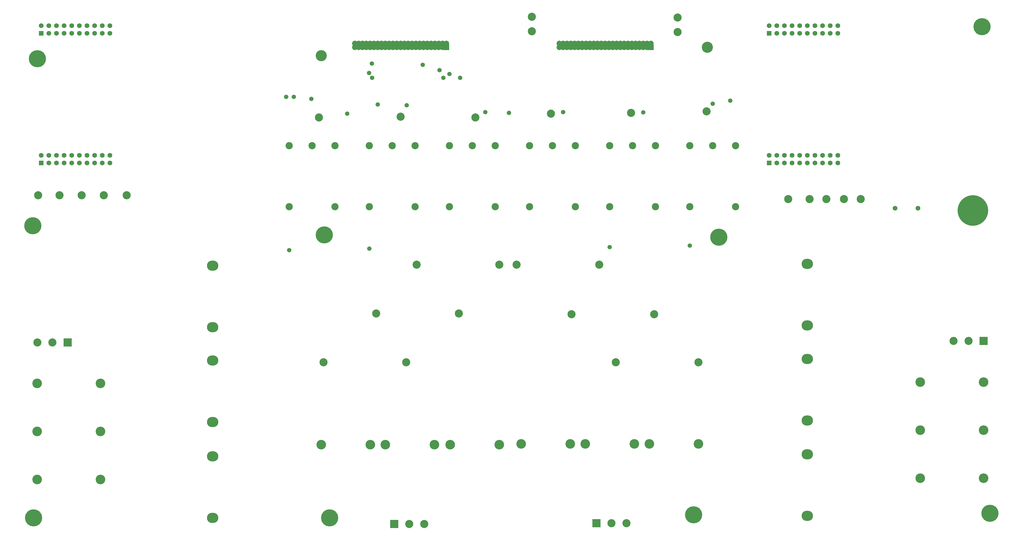
<source format=gbs>
G04*
G04 #@! TF.GenerationSoftware,Altium Limited,Altium Designer,22.11.1 (43)*
G04*
G04 Layer_Color=16711935*
%FSLAX44Y44*%
%MOMM*%
G71*
G04*
G04 #@! TF.SameCoordinates,5926677A-74AB-409A-8ECC-7C9113B37032*
G04*
G04*
G04 #@! TF.FilePolarity,Negative*
G04*
G01*
G75*
%ADD17C,3.2032*%
%ADD18O,3.8032X3.4032*%
%ADD19R,1.6032X1.6032*%
%ADD20C,1.6032*%
%ADD21C,2.4032*%
%ADD22C,3.7032*%
%ADD23C,2.7032*%
%ADD24C,5.7032*%
%ADD25C,10.2032*%
%ADD26R,2.7032X2.7032*%
%ADD27R,1.8520X1.8520*%
%ADD28C,1.8520*%
%ADD29C,1.4732*%
D17*
X1919920Y1991360D02*
D03*
X2083120D02*
D03*
X2133280D02*
D03*
X2296480D02*
D03*
X2346640D02*
D03*
X2509840D02*
D03*
X1417640Y1988820D02*
D03*
X1254440D02*
D03*
X1631000D02*
D03*
X1467800D02*
D03*
X1846900D02*
D03*
X1683700D02*
D03*
X3248480Y2037080D02*
D03*
X3459480D02*
D03*
X3248480Y2197080D02*
D03*
X3459480D02*
D03*
X3248480Y1877080D02*
D03*
X3459480D02*
D03*
X519790Y2033114D02*
D03*
X308790D02*
D03*
X519790Y1873114D02*
D03*
X308790D02*
D03*
X519790Y2193114D02*
D03*
X308790D02*
D03*
D18*
X2872740Y2385800D02*
D03*
Y2590800D02*
D03*
Y2069200D02*
D03*
Y2274200D02*
D03*
Y1751700D02*
D03*
Y1956700D02*
D03*
X892990Y1745194D02*
D03*
Y1950194D02*
D03*
Y2064334D02*
D03*
Y2269334D02*
D03*
Y2380194D02*
D03*
Y2585194D02*
D03*
D19*
X2745740Y3359150D02*
D03*
Y2927350D02*
D03*
X322580Y3359150D02*
D03*
Y2927350D02*
D03*
D20*
X2745740Y3384550D02*
D03*
X2771140Y3359150D02*
D03*
Y3384550D02*
D03*
X2796540Y3359150D02*
D03*
Y3384550D02*
D03*
X2821940Y3359150D02*
D03*
Y3384550D02*
D03*
X2847340Y3359150D02*
D03*
Y3384550D02*
D03*
X2872740Y3359150D02*
D03*
Y3384550D02*
D03*
X2898140Y3359150D02*
D03*
Y3384550D02*
D03*
X2923540Y3359150D02*
D03*
Y3384550D02*
D03*
X2948940Y3359150D02*
D03*
Y3384550D02*
D03*
X2974340Y3359150D02*
D03*
Y3384550D02*
D03*
X2745740Y2952750D02*
D03*
X2771140Y2927350D02*
D03*
Y2952750D02*
D03*
X2796540Y2927350D02*
D03*
Y2952750D02*
D03*
X2821940Y2927350D02*
D03*
Y2952750D02*
D03*
X2847340Y2927350D02*
D03*
Y2952750D02*
D03*
X2872740Y2927350D02*
D03*
Y2952750D02*
D03*
X2898140Y2927350D02*
D03*
Y2952750D02*
D03*
X2923540Y2927350D02*
D03*
Y2952750D02*
D03*
X2948940Y2927350D02*
D03*
Y2952750D02*
D03*
X2974340Y2927350D02*
D03*
Y2952750D02*
D03*
X322580Y3384550D02*
D03*
X347980Y3359150D02*
D03*
Y3384550D02*
D03*
X373380Y3359150D02*
D03*
Y3384550D02*
D03*
X398780Y3359150D02*
D03*
Y3384550D02*
D03*
X424180Y3359150D02*
D03*
Y3384550D02*
D03*
X449580Y3359150D02*
D03*
Y3384550D02*
D03*
X474980Y3359150D02*
D03*
Y3384550D02*
D03*
X500380Y3359150D02*
D03*
Y3384550D02*
D03*
X525780Y3359150D02*
D03*
Y3384550D02*
D03*
X551180Y3359150D02*
D03*
Y3384550D02*
D03*
X322580Y2952750D02*
D03*
X347980Y2927350D02*
D03*
Y2952750D02*
D03*
X373380Y2927350D02*
D03*
Y2952750D02*
D03*
X398780Y2927350D02*
D03*
Y2952750D02*
D03*
X424180Y2927350D02*
D03*
Y2952750D02*
D03*
X449580Y2927350D02*
D03*
Y2952750D02*
D03*
X474980Y2927350D02*
D03*
Y2952750D02*
D03*
X500380Y2927350D02*
D03*
Y2952750D02*
D03*
X525780Y2927350D02*
D03*
Y2952750D02*
D03*
X551180Y2927350D02*
D03*
Y2952750D02*
D03*
X3164840Y2776220D02*
D03*
X3241040D02*
D03*
D21*
X1948180Y2781300D02*
D03*
Y2984500D02*
D03*
X2024380D02*
D03*
X2100580D02*
D03*
Y2781300D02*
D03*
X2214880D02*
D03*
Y2984500D02*
D03*
X2291080D02*
D03*
X2367280D02*
D03*
Y2781300D02*
D03*
X2481580D02*
D03*
Y2984500D02*
D03*
X2557780D02*
D03*
X2633980D02*
D03*
Y2781300D02*
D03*
X1148080D02*
D03*
Y2984500D02*
D03*
X1224280D02*
D03*
X1300480D02*
D03*
Y2781300D02*
D03*
X1414780D02*
D03*
Y2984500D02*
D03*
X1490980D02*
D03*
X1567180D02*
D03*
Y2781300D02*
D03*
X1681480D02*
D03*
Y2984500D02*
D03*
X1757680D02*
D03*
X1833880D02*
D03*
Y2781300D02*
D03*
D22*
X1254760Y3284220D02*
D03*
X2540000Y3312160D02*
D03*
D23*
X2440940Y3362960D02*
D03*
Y3411220D02*
D03*
X1955800Y3413760D02*
D03*
Y3365500D02*
D03*
X530860Y2819400D02*
D03*
X457200D02*
D03*
X383540D02*
D03*
X312420D02*
D03*
X607060D02*
D03*
X1247140Y3078480D02*
D03*
X1518920Y3081020D02*
D03*
X1767840Y3078480D02*
D03*
X2019300Y3091180D02*
D03*
X2286000Y3093720D02*
D03*
X2537460Y3098800D02*
D03*
X3050540Y2806700D02*
D03*
X2809240D02*
D03*
X2994660D02*
D03*
X2936240D02*
D03*
X2880360D02*
D03*
X3359480Y2334260D02*
D03*
X3409480D02*
D03*
X2270760Y1727200D02*
D03*
X2220760D02*
D03*
X309880Y2329180D02*
D03*
X359880D02*
D03*
X1597660Y1724660D02*
D03*
X1547660D02*
D03*
X1262040Y2263140D02*
D03*
X1537040D02*
D03*
X1437300Y2425700D02*
D03*
X1712300D02*
D03*
X1571920Y2588260D02*
D03*
X1846920D02*
D03*
X2179660D02*
D03*
X1904660D02*
D03*
X2362540Y2423160D02*
D03*
X2087540D02*
D03*
X2509860Y2263140D02*
D03*
X2234860D02*
D03*
D24*
X2494280Y1755140D02*
D03*
X294640Y2717800D02*
D03*
X2578100Y2679700D02*
D03*
X1264920Y2687320D02*
D03*
X309880Y3274060D02*
D03*
X3454400Y3380740D02*
D03*
X3480505Y1760156D02*
D03*
X297180Y1744980D02*
D03*
X1282700D02*
D03*
D25*
X3423920Y2768600D02*
D03*
D26*
X3459480Y2334260D02*
D03*
X2170760Y1727200D02*
D03*
X409880Y2329180D02*
D03*
X1497660Y1724660D02*
D03*
D27*
X2352040Y3312160D02*
D03*
X1671320D02*
D03*
D28*
X2352040Y3324860D02*
D03*
X2339340Y3312160D02*
D03*
Y3324860D02*
D03*
X2326640Y3312160D02*
D03*
Y3324860D02*
D03*
X2313940Y3312160D02*
D03*
Y3324860D02*
D03*
X2301240Y3312160D02*
D03*
Y3324860D02*
D03*
X2288540Y3312160D02*
D03*
Y3324860D02*
D03*
X2275840Y3312160D02*
D03*
Y3324860D02*
D03*
X2263140Y3312160D02*
D03*
Y3324860D02*
D03*
X2250440Y3312160D02*
D03*
Y3324860D02*
D03*
X2237740Y3312160D02*
D03*
Y3324860D02*
D03*
X2225040Y3312160D02*
D03*
Y3324860D02*
D03*
X2212340Y3312160D02*
D03*
Y3324860D02*
D03*
X2199640Y3312160D02*
D03*
Y3324860D02*
D03*
X2186940Y3312160D02*
D03*
Y3324860D02*
D03*
X2174240Y3312160D02*
D03*
Y3324860D02*
D03*
X2161540Y3312160D02*
D03*
Y3324860D02*
D03*
X2148840Y3312160D02*
D03*
Y3324860D02*
D03*
X2136140Y3312160D02*
D03*
Y3324860D02*
D03*
X2123440Y3312160D02*
D03*
Y3324860D02*
D03*
X2110740Y3312160D02*
D03*
Y3324860D02*
D03*
X2098040Y3312160D02*
D03*
Y3324860D02*
D03*
X2085340Y3312160D02*
D03*
Y3324860D02*
D03*
X2072640Y3312160D02*
D03*
Y3324860D02*
D03*
X2059940Y3312160D02*
D03*
Y3324860D02*
D03*
X2047240Y3312160D02*
D03*
Y3324860D02*
D03*
X1671320D02*
D03*
X1658620Y3312160D02*
D03*
Y3324860D02*
D03*
X1645920Y3312160D02*
D03*
Y3324860D02*
D03*
X1633220Y3312160D02*
D03*
Y3324860D02*
D03*
X1620520Y3312160D02*
D03*
Y3324860D02*
D03*
X1607820Y3312160D02*
D03*
Y3324860D02*
D03*
X1595120Y3312160D02*
D03*
Y3324860D02*
D03*
X1582420Y3312160D02*
D03*
Y3324860D02*
D03*
X1569720Y3312160D02*
D03*
Y3324860D02*
D03*
X1557020Y3312160D02*
D03*
Y3324860D02*
D03*
X1544320Y3312160D02*
D03*
Y3324860D02*
D03*
X1531620Y3312160D02*
D03*
Y3324860D02*
D03*
X1518920Y3312160D02*
D03*
Y3324860D02*
D03*
X1506220Y3312160D02*
D03*
Y3324860D02*
D03*
X1493520Y3312160D02*
D03*
Y3324860D02*
D03*
X1480820Y3312160D02*
D03*
Y3324860D02*
D03*
X1468120Y3312160D02*
D03*
Y3324860D02*
D03*
X1455420Y3312160D02*
D03*
Y3324860D02*
D03*
X1442720Y3312160D02*
D03*
Y3324860D02*
D03*
X1430020Y3312160D02*
D03*
Y3324860D02*
D03*
X1417320Y3312160D02*
D03*
Y3324860D02*
D03*
X1404620Y3312160D02*
D03*
Y3324860D02*
D03*
X1391920Y3312160D02*
D03*
Y3324860D02*
D03*
X1379220Y3312160D02*
D03*
Y3324860D02*
D03*
X1366520Y3312160D02*
D03*
Y3324860D02*
D03*
D29*
X2481580Y2651760D02*
D03*
X2557780Y3124200D02*
D03*
X2616200Y3134360D02*
D03*
X1800860Y3096260D02*
D03*
X1879600Y3093720D02*
D03*
X1442720Y3121660D02*
D03*
X1221740Y3140710D02*
D03*
X1413972Y3226608D02*
D03*
X1423670Y3210560D02*
D03*
X2326484Y3095686D02*
D03*
X2059940Y3096260D02*
D03*
X1539240Y3119120D02*
D03*
X1341120Y3091180D02*
D03*
X1592580Y3253740D02*
D03*
X1661160Y3210560D02*
D03*
X1648460Y3235960D02*
D03*
X1717040Y3210560D02*
D03*
X1681480Y3223260D02*
D03*
X1422862Y3258358D02*
D03*
X1163320Y3147060D02*
D03*
X1137920D02*
D03*
X2214880Y2646680D02*
D03*
X1414780Y2641600D02*
D03*
X1148080Y2636520D02*
D03*
M02*

</source>
